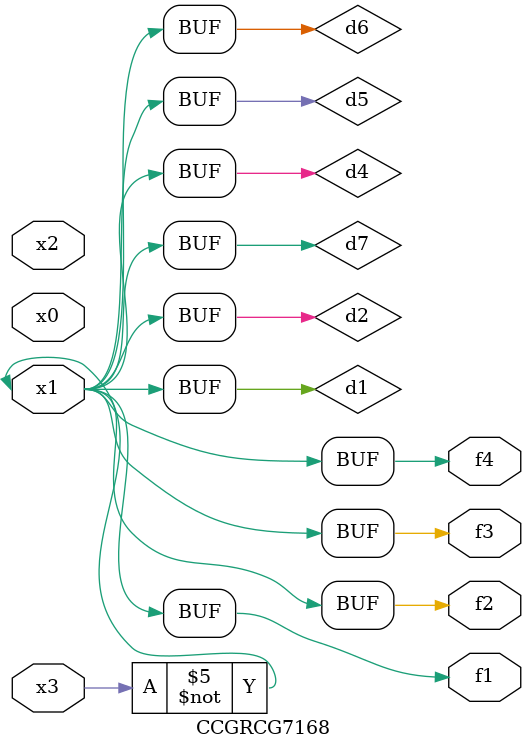
<source format=v>
module CCGRCG7168(
	input x0, x1, x2, x3,
	output f1, f2, f3, f4
);

	wire d1, d2, d3, d4, d5, d6, d7;

	not (d1, x3);
	buf (d2, x1);
	xnor (d3, d1, d2);
	nor (d4, d1);
	buf (d5, d1, d2);
	buf (d6, d4, d5);
	nand (d7, d4);
	assign f1 = d6;
	assign f2 = d7;
	assign f3 = d6;
	assign f4 = d6;
endmodule

</source>
